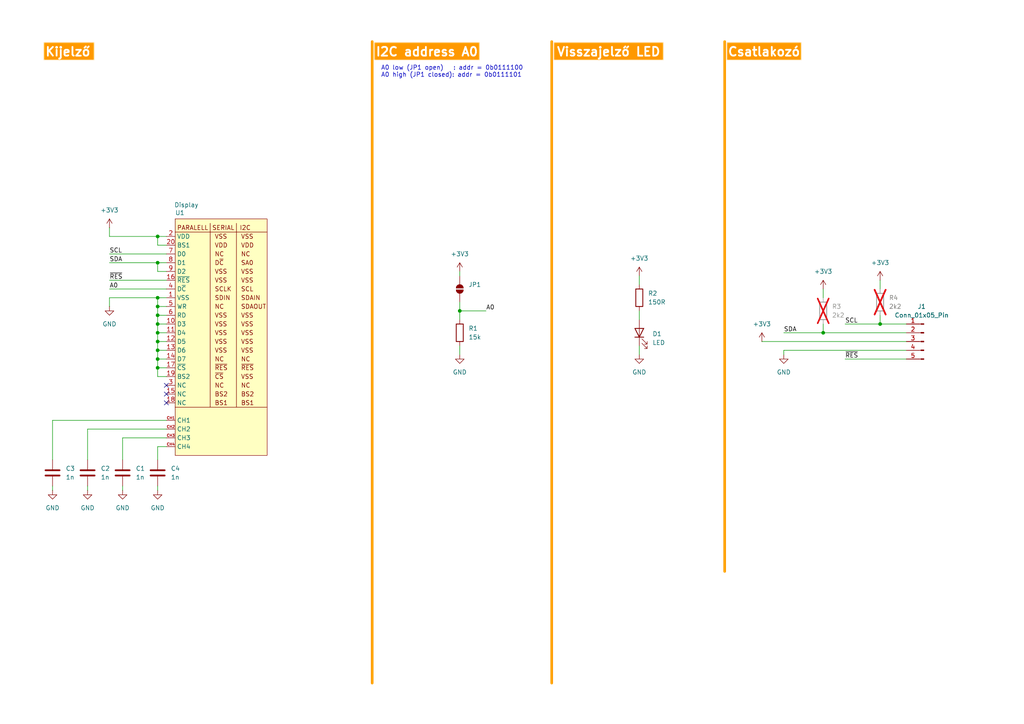
<source format=kicad_sch>
(kicad_sch (version 20250114) (generator "eeschema") (generator_version "9.0")
  (paper "A4")
  (title_block (title "OLED modul"))
  (lib_symbols
    (symbol "Connector:Conn_01x05_Pin" (pin_names (offset 1.016) (hide yes))
      (property "Reference" "J" (at 0 7.62 0))
      (property "Value" "Conn_01x05_Pin" (at 0 -7.62 0))
      (symbol "Conn_01x05_Pin_1_1"
        (rectangle (start 0.8636 5.207) (end 0 4.953) (stroke (width 0.1524)) (fill (type outline)))
        (rectangle (start 0.8636 2.667) (end 0 2.413) (stroke (width 0.1524)) (fill (type outline)))
        (rectangle (start 0.8636 0.127) (end 0 -0.127) (stroke (width 0.1524)) (fill (type outline)))
        (rectangle (start 0.8636 -2.413) (end 0 -2.667) (stroke (width 0.1524)) (fill (type outline)))
        (rectangle (start 0.8636 -4.953) (end 0 -5.207) (stroke (width 0.1524)) (fill (type outline)))
        (polyline (pts (xy 1.27 5.08) (xy 0.8636 5.08)) (stroke (width 0.1524)))
        (polyline (pts (xy 1.27 2.54) (xy 0.8636 2.54)) (stroke (width 0.1524)))
        (polyline (pts (xy 1.27 0) (xy 0.8636 0)) (stroke (width 0.1524)))
        (polyline (pts (xy 1.27 -2.54) (xy 0.8636 -2.54)) (stroke (width 0.1524)))
        (polyline (pts (xy 1.27 -5.08) (xy 0.8636 -5.08)) (stroke (width 0.1524)))
        (pin passive line (at 5.08 5.08 180) (length 3.81) (name "Pin_1") (number "1"))
        (pin passive line (at 5.08 2.54 180) (length 3.81) (name "Pin_2") (number "2"))
        (pin passive line (at 5.08 0 180) (length 3.81) (name "Pin_3") (number "3"))
        (pin passive line (at 5.08 -2.54 180) (length 3.81) (name "Pin_4") (number "4"))
        (pin passive line (at 5.08 -5.08 180) (length 3.81) (name "Pin_5") (number "5"))
      )
    )
    (symbol "Device:C" (pin_numbers (hide yes)) (pin_names (offset 0.254))
      (property "Reference" "C" (at 0.635 2.54 0))
      (property "Value" "C" (at 0.635 -2.54 0))
      (symbol "C_0_1"
        (polyline (pts (xy -2.032 0.762) (xy 2.032 0.762)) (stroke (width 0.508)))
        (polyline (pts (xy -2.032 -0.762) (xy 2.032 -0.762)) (stroke (width 0.508)))
      )
      (symbol "C_1_1"
        (pin passive line (at 0 3.81 270) (length 2.794) (name "~") (number "1"))
        (pin passive line (at 0 -3.81 90) (length 2.794) (name "~") (number "2"))
      )
    )
    (symbol "Device:LED" (pin_numbers (hide yes)) (pin_names (offset 1.016) (hide yes))
      (property "Reference" "D" (at 0 2.54 0))
      (property "Value" "LED" (at 0 -2.54 0))
      (symbol "LED_0_1"
        (polyline (pts (xy -3.048 -0.762) (xy -4.572 -2.286) (xy -3.81 -2.286) (xy -4.572 -2.286) (xy -4.572 -1.524)))
        (polyline (pts (xy -1.778 -0.762) (xy -3.302 -2.286) (xy -2.54 -2.286) (xy -3.302 -2.286) (xy -3.302 -1.524)))
        (polyline (pts (xy -1.27 0) (xy 1.27 0)))
        (polyline (pts (xy -1.27 -1.27) (xy -1.27 1.27)) (stroke (width 0.254)))
        (polyline (pts (xy 1.27 -1.27) (xy 1.27 1.27) (xy -1.27 0) (xy 1.27 -1.27)) (stroke (width 0.254)))
      )
      (symbol "LED_1_1"
        (pin passive line (at -3.81 0 0) (length 2.54) (name "K") (number "1"))
        (pin passive line (at 3.81 0 180) (length 2.54) (name "A") (number "2"))
      )
    )
    (symbol "Device:R" (pin_numbers (hide yes)) (pin_names (offset 0))
      (property "Reference" "R" (at 2.032 0 90))
      (property "Value" "R" (at 0 0 90))
      (symbol "R_0_1"
        (rectangle (start -1.016 -2.54) (end 1.016 2.54) (stroke (width 0.254)))
      )
      (symbol "R_1_1"
        (pin passive line (at 0 3.81 270) (length 1.27) (name "~") (number "1"))
        (pin passive line (at 0 -3.81 90) (length 1.27) (name "~") (number "2"))
      )
    )
    (symbol "Jumper:SolderJumper_2_Open" (pin_numbers (hide yes)) (pin_names (offset 0) (hide yes)) (in_bom no)
      (property "Reference" "JP" (at 0 2.032 0))
      (property "Value" "SolderJumper_2_Open" (at 0 -2.54 0))
      (symbol "SolderJumper_2_Open_0_1"
        (polyline (pts (xy -0.254 1.016) (xy -0.254 -1.016)))
        (arc (start -0.254 -1.016) (mid -1.2656 0) (end -0.254 1.016))
        (arc (start -0.254 -1.016) (mid -1.2656 0) (end -0.254 1.016) (fill (type outline)))
        (arc (start 0.254 1.016) (mid 1.2656 0) (end 0.254 -1.016))
        (arc (start 0.254 1.016) (mid 1.2656 0) (end 0.254 -1.016) (fill (type outline)))
        (polyline (pts (xy 0.254 1.016) (xy 0.254 -1.016)))
      )
      (symbol "SolderJumper_2_Open_1_1"
        (pin passive line (at -3.81 0 0) (length 2.54) (name "A") (number "1"))
        (pin passive line (at 3.81 0 180) (length 2.54) (name "B") (number "2"))
      )
    )
    (symbol "SymbolLib:NHD-2.23-12832UCB3"
      (property "Reference" "U" (at 20.32 72.39 0))
      (property "Value" "Display" (at 22.86 69.85 0))
      (symbol "NHD-2.23-12832UCB3_0_1"
        (polyline (pts (xy 0 64.77) (xy 26.67 64.77)))
        (polyline (pts (xy 10.16 67.31) (xy 10.16 13.97)))
        (polyline (pts (xy 17.78 67.31) (xy 17.78 13.97)))
      )
      (symbol "NHD-2.23-12832UCB3_1_1"
        (rectangle (start 0 68.58) (end 26.67 0) (fill (type background)))
        (polyline (pts (xy 0 13.97) (xy 26.67 13.97)))
        (text "PARALELL" (at 5.08 66.04 0) (effects (font (size 1.27 1.27))))
        (text "VSS" (at 11.43 63.5 0) (effects (font (size 1.27 1.27)) (justify left)))
        (text "VDD" (at 11.43 60.96 0) (effects (font (size 1.27 1.27)) (justify left)))
        (text "NC" (at 11.43 58.42 0) (effects (font (size 1.27 1.27)) (justify left)))
        (text "D~{C}" (at 11.43 55.88 0) (effects (font (size 1.27 1.27)) (justify left)))
        (text "VSS" (at 11.43 53.34 0) (effects (font (size 1.27 1.27)) (justify left)))
        (text "VSS" (at 11.43 50.8 0) (effects (font (size 1.27 1.27)) (justify left)))
        (text "SCLK" (at 11.43 48.26 0) (effects (font (size 1.27 1.27)) (justify left)))
        (text "SDIN" (at 11.43 45.72 0) (effects (font (size 1.27 1.27)) (justify left)))
        (text "NC" (at 11.43 43.18 0) (effects (font (size 1.27 1.27)) (justify left)))
        (text "VSS" (at 11.43 40.64 0) (effects (font (size 1.27 1.27)) (justify left)))
        (text "VSS" (at 11.43 38.1 0) (effects (font (size 1.27 1.27)) (justify left)))
        (text "VSS" (at 11.43 35.56 0) (effects (font (size 1.27 1.27)) (justify left)))
        (text "VSS" (at 11.43 33.02 0) (effects (font (size 1.27 1.27)) (justify left)))
        (text "VSS" (at 11.43 30.48 0) (effects (font (size 1.27 1.27)) (justify left)))
        (text "NC" (at 11.43 27.94 0) (effects (font (size 1.27 1.27)) (justify left)))
        (text "~{RES}" (at 11.43 25.4 0) (effects (font (size 1.27 1.27)) (justify left)))
        (text "~{CS}" (at 11.43 22.86 0) (effects (font (size 1.27 1.27)) (justify left)))
        (text "NC" (at 11.43 20.32 0) (effects (font (size 1.27 1.27)) (justify left)))
        (text "BS2" (at 11.43 17.78 0) (effects (font (size 1.27 1.27)) (justify left)))
        (text "BS1" (at 11.43 15.24 0) (effects (font (size 1.27 1.27)) (justify left)))
        (text "SERIAL" (at 13.97 66.04 0) (effects (font (size 1.27 1.27))))
        (text "VSS" (at 19.05 63.5 0) (effects (font (size 1.27 1.27)) (justify left)))
        (text "VDD" (at 19.05 60.96 0) (effects (font (size 1.27 1.27)) (justify left)))
        (text "NC" (at 19.05 58.42 0) (effects (font (size 1.27 1.27)) (justify left)))
        (text "SA0" (at 19.05 55.88 0) (effects (font (size 1.27 1.27)) (justify left)))
        (text "VSS" (at 19.05 53.34 0) (effects (font (size 1.27 1.27)) (justify left)))
        (text "VSS" (at 19.05 50.8 0) (effects (font (size 1.27 1.27)) (justify left)))
        (text "SCL" (at 19.05 48.26 0) (effects (font (size 1.27 1.27)) (justify left)))
        (text "SDAIN" (at 19.05 45.72 0) (effects (font (size 1.27 1.27)) (justify left)))
        (text "SDAOUT" (at 19.05 43.18 0) (effects (font (size 1.27 1.27)) (justify left)))
        (text "VSS" (at 19.05 40.64 0) (effects (font (size 1.27 1.27)) (justify left)))
        (text "VSS" (at 19.05 38.1 0) (effects (font (size 1.27 1.27)) (justify left)))
        (text "VSS" (at 19.05 35.56 0) (effects (font (size 1.27 1.27)) (justify left)))
        (text "VSS" (at 19.05 33.02 0) (effects (font (size 1.27 1.27)) (justify left)))
        (text "VSS" (at 19.05 30.48 0) (effects (font (size 1.27 1.27)) (justify left)))
        (text "NC" (at 19.05 27.94 0) (effects (font (size 1.27 1.27)) (justify left)))
        (text "~{RES}" (at 19.05 25.4 0) (effects (font (size 1.27 1.27)) (justify left)))
        (text "VSS" (at 19.05 22.86 0) (effects (font (size 1.27 1.27)) (justify left)))
        (text "NC" (at 19.05 20.32 0) (effects (font (size 1.27 1.27)) (justify left)))
        (text "BS2" (at 19.05 17.78 0) (effects (font (size 1.27 1.27)) (justify left)))
        (text "BS1" (at 19.05 15.24 0) (effects (font (size 1.27 1.27)) (justify left)))
        (text "I2C" (at 20.32 66.04 0) (effects (font (size 1.27 1.27))))
        (pin passive line (at -2.54 63.5 0) (length 2.54) (name "VDD") (number "2"))
        (pin passive line (at -2.54 60.96 0) (length 2.54) (name "BS1") (number "20"))
        (pin passive line (at -2.54 58.42 0) (length 2.54) (name "D0") (number "7"))
        (pin passive line (at -2.54 55.88 0) (length 2.54) (name "D1") (number "8"))
        (pin passive line (at -2.54 53.34 0) (length 2.54) (name "D2") (number "9"))
        (pin passive line (at -2.54 50.8 0) (length 2.54) (name "~{RES}") (number "16"))
        (pin passive line (at -2.54 48.26 0) (length 2.54) (name "D~{C}") (number "4"))
        (pin passive line (at -2.54 45.72 0) (length 2.54) (name "VSS") (number "1"))
        (pin passive line (at -2.54 43.18 0) (length 2.54) (name "WR") (number "5"))
        (pin passive line (at -2.54 40.64 0) (length 2.54) (name "RD") (number "6"))
        (pin passive line (at -2.54 38.1 0) (length 2.54) (name "D3") (number "10"))
        (pin passive line (at -2.54 35.56 0) (length 2.54) (name "D4") (number "11"))
        (pin passive line (at -2.54 33.02 0) (length 2.54) (name "D5") (number "12"))
        (pin passive line (at -2.54 30.48 0) (length 2.54) (name "D6") (number "13"))
        (pin passive line (at -2.54 27.94 0) (length 2.54) (name "D7") (number "14"))
        (pin passive line (at -2.54 25.4 0) (length 2.54) (name "~{CS}") (number "17"))
        (pin passive line (at -2.54 22.86 0) (length 2.54) (name "BS2") (number "19"))
        (pin passive line (at -2.54 20.32 0) (length 2.54) (name "NC") (number "3"))
        (pin passive line (at -2.54 17.78 0) (length 2.54) (name "NC") (number "15"))
        (pin passive line (at -2.54 15.24 0) (length 2.54) (name "NC") (number "18"))
        (pin passive line (at -2.54 10.16 0) (length 2.54) (name "CH1") (number "CH1"))
        (pin passive line (at -2.54 7.62 0) (length 2.54) (name "CH2") (number "CH2"))
        (pin passive line (at -2.54 5.08 0) (length 2.54) (name "CH3") (number "CH3"))
        (pin passive line (at -2.54 2.54 0) (length 2.54) (name "CH4") (number "CH4"))
      )
    )
    (symbol "power:+3V3" (power) (pin_numbers (hide yes)) (pin_names (offset 0) (hide yes))
      (property "Value" "+3V3" (at 0 3.556 0))
      (symbol "+3V3_0_1"
        (polyline (pts (xy -0.762 1.27) (xy 0 2.54)))
        (polyline (pts (xy 0 2.54) (xy 0.762 1.27)))
        (polyline (pts (xy 0 0) (xy 0 2.54)))
      )
      (symbol "+3V3_1_1"
        (pin power_in line (at 0 0 90) (length 0) (name "~") (number "1"))
      )
    )
    (symbol "power:GND" (power) (pin_numbers (hide yes)) (pin_names (offset 0) (hide yes))
      (property "Value" "GND" (at 0 -3.81 0))
      (symbol "GND_0_1"
        (polyline (pts (xy 0 0) (xy 0 -1.27) (xy 1.27 -1.27) (xy 0 -2.54) (xy -1.27 -1.27) (xy 0 -1.27)))
      )
      (symbol "GND_1_1"
        (pin power_in line (at 0 0 270) (length 0) (name "~") (number "1"))
      )
    )
  )
  (rectangle (start 210.8201 12.319) (end 232.41 17.399) (stroke (width 0) (color 255 229 191 1)) (fill (type color) (color 255 153 0 1)))
  (rectangle (start 12.7001 12.319) (end 27.305 17.399) (stroke (width 0) (color 255 229 191 1)) (fill (type color) (color 255 153 0 1)))
  (rectangle (start 108.5851 12.319) (end 139.065 17.399) (stroke (width 0) (color 255 229 191 1)) (fill (type color) (color 255 153 0 1)))
  (rectangle (start 160.6549 12.319) (end 192.405 17.399) (stroke (width 0) (color 255 229 191 1)) (fill (type color) (color 255 153 0 1)))
  (text "A0 low (JP1 open)   : addr = 0b0111100\nA0 high (JP1 closed): addr = 0b0111101\n" (at 110.49 19.05 0) (effects (font (size 1.27 1.27)) (justify left top)))
  (text "Csatlakozó" (at 221.615 15.24 0) (effects (font (size 2.54 2.54) (thickness 0.508) (bold yes))))
  (text "Visszajelző LED" (at 176.53 15.24 0) (effects (font (size 2.54 2.54) (thickness 0.508) (bold yes))))
  (text "Kijelző" (at 19.685 15.24 0) (effects (font (size 2.54 2.54) (thickness 0.508) (bold yes))))
  (text "I2C address A0" (at 123.825 15.24 0) (effects (font (size 2.54 2.54) (thickness 0.508) (bold yes))))
  (junction (at 45.72 88.9))
  (junction (at 238.76 96.52))
  (junction (at 45.72 101.6))
  (junction (at 45.72 91.44))
  (junction (at 45.72 93.98))
  (junction (at 45.72 68.58))
  (junction (at 255.27 93.98))
  (junction (at 45.72 86.36))
  (junction (at 45.72 99.06))
  (junction (at 133.35 90.17))
  (junction (at 45.72 106.68))
  (junction (at 45.72 104.14))
  (junction (at 45.72 96.52))
  (junction (at 45.72 76.2))
  (no_connect (at 48.26 114.3))
  (no_connect (at 48.26 111.76))
  (no_connect (at 48.26 116.84))
  (wire (pts (xy 35.56 127) (xy 35.56 133.35)))
  (wire (pts (xy 255.27 91.44) (xy 255.27 93.98)))
  (wire (pts (xy 31.75 68.58) (xy 45.72 68.58)))
  (wire (pts (xy 15.24 140.97) (xy 15.24 142.24)))
  (wire (pts (xy 48.26 129.54) (xy 45.72 129.54)))
  (wire (pts (xy 238.76 93.98) (xy 238.76 96.52)))
  (wire (pts (xy 255.27 81.28) (xy 255.27 83.82)))
  (wire (pts (xy 227.33 101.6) (xy 262.89 101.6)))
  (wire (pts (xy 185.42 90.17) (xy 185.42 92.71)))
  (wire (pts (xy 45.72 78.74) (xy 45.72 76.2)))
  (wire (pts (xy 45.72 96.52) (xy 48.26 96.52)))
  (wire (pts (xy 45.72 86.36) (xy 45.72 88.9)))
  (wire (pts (xy 45.72 106.68) (xy 48.26 106.68)))
  (wire (pts (xy 45.72 88.9) (xy 48.26 88.9)))
  (wire (pts (xy 45.72 99.06) (xy 45.72 101.6)))
  (wire (pts (xy 227.33 96.52) (xy 238.76 96.52)))
  (wire (pts (xy 45.72 93.98) (xy 45.72 96.52)))
  (wire (pts (xy 45.72 101.6) (xy 48.26 101.6)))
  (wire (pts (xy 45.72 109.22) (xy 48.26 109.22)))
  (wire (pts (xy 45.72 71.12) (xy 45.72 68.58)))
  (wire (pts (xy 227.33 102.87) (xy 227.33 101.6)))
  (wire (pts (xy 15.24 121.92) (xy 48.26 121.92)))
  (wire (pts (xy 140.97 90.17) (xy 133.35 90.17)))
  (wire (pts (xy 45.72 104.14) (xy 45.72 106.68)))
  (wire (pts (xy 245.11 104.14) (xy 262.89 104.14)))
  (wire (pts (xy 185.42 80.01) (xy 185.42 82.55)))
  (wire (pts (xy 238.76 83.82) (xy 238.76 86.36)))
  (wire (pts (xy 48.26 127) (xy 35.56 127)))
  (polyline (pts (xy 210.185 12.065) (xy 210.185 165.735)) (stroke (width 0.762) (type solid) (color 255 153 0 1)))
  (wire (pts (xy 255.27 93.98) (xy 262.89 93.98)))
  (wire (pts (xy 45.72 104.14) (xy 48.26 104.14)))
  (wire (pts (xy 45.72 88.9) (xy 45.72 91.44)))
  (wire (pts (xy 45.72 129.54) (xy 45.72 133.35)))
  (wire (pts (xy 25.4 124.46) (xy 25.4 133.35)))
  (wire (pts (xy 35.56 140.97) (xy 35.56 142.24)))
  (wire (pts (xy 48.26 78.74) (xy 45.72 78.74)))
  (polyline (pts (xy 107.95 12.065) (xy 107.95 198.12)) (stroke (width 0.762) (type solid) (color 255 153 0 1)))
  (wire (pts (xy 31.75 68.58) (xy 31.75 66.04)))
  (wire (pts (xy 31.75 73.66) (xy 48.26 73.66)))
  (wire (pts (xy 31.75 76.2) (xy 45.72 76.2)))
  (wire (pts (xy 45.72 96.52) (xy 45.72 99.06)))
  (wire (pts (xy 45.72 91.44) (xy 45.72 93.98)))
  (wire (pts (xy 45.72 140.97) (xy 45.72 142.24)))
  (polyline (pts (xy 160.02 12.065) (xy 160.02 198.12)) (stroke (width 0.762) (type solid) (color 255 153 0 1)))
  (wire (pts (xy 45.72 99.06) (xy 48.26 99.06)))
  (wire (pts (xy 25.4 140.97) (xy 25.4 142.24)))
  (wire (pts (xy 133.35 90.17) (xy 133.35 87.63)))
  (wire (pts (xy 45.72 91.44) (xy 48.26 91.44)))
  (wire (pts (xy 220.98 99.06) (xy 262.89 99.06)))
  (wire (pts (xy 31.75 83.82) (xy 48.26 83.82)))
  (wire (pts (xy 245.11 93.98) (xy 255.27 93.98)))
  (wire (pts (xy 45.72 76.2) (xy 48.26 76.2)))
  (wire (pts (xy 31.75 81.28) (xy 48.26 81.28)))
  (wire (pts (xy 48.26 86.36) (xy 45.72 86.36)))
  (wire (pts (xy 31.75 86.36) (xy 45.72 86.36)))
  (wire (pts (xy 45.72 106.68) (xy 45.72 109.22)))
  (wire (pts (xy 45.72 93.98) (xy 48.26 93.98)))
  (wire (pts (xy 31.75 86.36) (xy 31.75 88.9)))
  (wire (pts (xy 133.35 92.71) (xy 133.35 90.17)))
  (wire (pts (xy 238.76 96.52) (xy 262.89 96.52)))
  (wire (pts (xy 133.35 78.74) (xy 133.35 80.01)))
  (wire (pts (xy 45.72 68.58) (xy 48.26 68.58)))
  (wire (pts (xy 185.42 100.33) (xy 185.42 102.87)))
  (wire (pts (xy 45.72 101.6) (xy 45.72 104.14)))
  (wire (pts (xy 15.24 133.35) (xy 15.24 121.92)))
  (wire (pts (xy 48.26 124.46) (xy 25.4 124.46)))
  (wire (pts (xy 133.35 100.33) (xy 133.35 102.87)))
  (wire (pts (xy 48.26 71.12) (xy 45.72 71.12)))
  (label "~{RES}" (at 31.75 81.28 0))
  (label "~{RES}" (at 245.11 104.14 0))
  (label "SDA" (at 31.75 76.2 0))
  (label "SCL" (at 31.75 73.66 0))
  (label "SCL" (at 245.11 93.98 0))
  (label "SDA" (at 227.33 96.52 0))
  (label "A0" (at 31.75 83.82 0))
  (label "A0" (at 140.97 90.17 0))
  (symbol (lib_id "power:GND") (at 25.4 142.24 0) (unit 1)
    (property "Reference" "#PWR012" (effects (hide yes)))
    (property "Value" "GND" (at 25.4 147.32 0))
    (property "Description" "Power symbol creates a global label with name \"GND\" , ground" (effects (hide yes)))
  )
  (symbol (lib_id "power:+3V3") (at 133.35 78.74 0) (unit 1)
    (property "Reference" "#PWR03" (effects (hide yes)))
    (property "Value" "+3V3" (at 133.35 73.66 0))
    (property "Description" "Power symbol creates a global label with name \"+3V3\"" (effects (hide yes)))
  )
  (symbol (lib_id "Device:LED") (at 185.42 96.52 90) (unit 1)
    (property "Reference" "D1" (at 189.23 96.8374 90) (effects (justify right)))
    (property "Value" "LED" (at 189.23 99.3774 90) (effects (justify right)))
    (property "Footprint" "Diode_SMD:D_0603_1608Metric" (effects (hide yes)))
    (property "Description" "Light emitting diode" (effects (hide yes)))
    (property "Sim.Pins" "1=K 2=A" (effects (hide yes)))
  )
  (symbol (lib_id "power:GND") (at 185.42 102.87 0) (unit 1)
    (property "Reference" "#PWR06" (effects (hide yes)))
    (property "Value" "GND" (at 185.42 107.95 0))
    (property "Description" "Power symbol creates a global label with name \"GND\" , ground" (effects (hide yes)))
  )
  (symbol (lib_id "Device:C") (at 35.56 137.16 0) (unit 1)
    (property "Reference" "C1" (at 39.37 135.8899 0) (effects (justify left)))
    (property "Value" "1n" (at 39.37 138.4299 0) (effects (justify left)))
    (property "Footprint" "Capacitor_SMD:C_0603_1608Metric" (effects (hide yes)))
    (property "Description" "Unpolarized capacitor" (effects (hide yes)))
  )
  (symbol (lib_id "SymbolLib:NHD-2.23-12832UCB3") (at 50.8 132.08 0) (unit 1)
    (property "Reference" "U1" (at 50.8 61.722 0) (effects (justify left)))
    (property "Value" "Display" (at 50.546 59.436 0) (effects (justify left)))
    (property "Footprint" "ComponentLib:NHD-2.23-12832UCB3" (effects (hide yes)))
    (property "Datasheet" "https://newhavendisplay.com/content/specs/NHD-2.23-12832UCB3.pdf" (effects (hide yes)))
  )
  (symbol (lib_id "power:GND") (at 31.75 88.9 0) (unit 1)
    (property "Reference" "#PWR02" (effects (hide yes)))
    (property "Value" "GND" (at 31.75 93.98 0))
    (property "Description" "Power symbol creates a global label with name \"GND\" , ground" (effects (hide yes)))
  )
  (symbol (lib_id "power:+3V3") (at 238.76 83.82 0) (unit 1)
    (property "Reference" "#PWR09" (effects (hide yes)))
    (property "Value" "+3V3" (at 238.76 78.74 0))
    (property "Description" "Power symbol creates a global label with name \"+3V3\"" (effects (hide yes)))
  )
  (symbol (lib_id "Device:C") (at 25.4 137.16 0) (unit 1)
    (property "Reference" "C2" (at 29.21 135.8899 0) (effects (justify left)))
    (property "Value" "1n" (at 29.21 138.4299 0) (effects (justify left)))
    (property "Footprint" "Capacitor_SMD:C_0603_1608Metric" (effects (hide yes)))
    (property "Description" "Unpolarized capacitor" (effects (hide yes)))
  )
  (symbol (lib_id "power:GND") (at 227.33 102.87 0) (unit 1)
    (property "Reference" "#PWR08" (effects (hide yes)))
    (property "Value" "GND" (at 227.33 107.95 0))
    (property "Description" "Power symbol creates a global label with name \"GND\" , ground" (effects (hide yes)))
  )
  (symbol (lib_id "power:+3V3") (at 31.75 66.04 0) (unit 1)
    (property "Reference" "#PWR01" (effects (hide yes)))
    (property "Value" "+3V3" (at 31.75 60.96 0))
    (property "Description" "Power symbol creates a global label with name \"+3V3\"" (effects (hide yes)))
  )
  (symbol (lib_id "Device:R") (at 238.76 90.17 0) (unit 1) (dnp yes)
    (property "Reference" "R3" (at 241.3 88.8999 0) (effects (justify left)))
    (property "Value" "2k2" (at 241.3 91.4399 0) (effects (justify left)))
    (property "Footprint" "Resistor_SMD:R_0603_1608Metric" (effects (hide yes)))
    (property "Description" "Resistor" (effects (hide yes)))
  )
  (symbol (lib_id "power:GND") (at 35.56 142.24 0) (unit 1)
    (property "Reference" "#PWR013" (effects (hide yes)))
    (property "Value" "GND" (at 35.56 147.32 0))
    (property "Description" "Power symbol creates a global label with name \"GND\" , ground" (effects (hide yes)))
  )
  (symbol (lib_id "Device:R") (at 133.35 96.52 0) (unit 1)
    (property "Reference" "R1" (at 135.89 95.2499 0) (effects (justify left)))
    (property "Value" "15k" (at 135.89 97.7899 0) (effects (justify left)))
    (property "Footprint" "Resistor_SMD:R_0603_1608Metric_Pad0.98x0.95mm_HandSolder" (effects (hide yes)))
    (property "Description" "Resistor" (effects (hide yes)))
  )
  (symbol (lib_id "Connector:Conn_01x05_Pin") (at 267.97 99.06 0) (mirror y) (unit 1)
    (property "Reference" "J1" (at 267.335 88.9 0))
    (property "Value" "Conn_01x05_Pin" (at 267.335 91.44 0))
    (property "Footprint" "Connector_JST:JST_PH_B5B-PH-K_1x05_P2.00mm_Vertical" (effects (hide yes)))
    (property "Description" "Generic connector, single row, 01x05, script generated" (effects (hide yes)))
  )
  (symbol (lib_id "power:GND") (at 133.35 102.87 0) (unit 1)
    (property "Reference" "#PWR04" (effects (hide yes)))
    (property "Value" "GND" (at 133.35 107.95 0))
    (property "Description" "Power symbol creates a global label with name \"GND\" , ground" (effects (hide yes)))
  )
  (symbol (lib_id "power:+3V3") (at 220.98 99.06 0) (unit 1)
    (property "Reference" "#PWR07" (effects (hide yes)))
    (property "Value" "+3V3" (at 220.98 93.98 0))
    (property "Description" "Power symbol creates a global label with name \"+3V3\"" (effects (hide yes)))
  )
  (symbol (lib_id "Device:C") (at 15.24 137.16 0) (unit 1)
    (property "Reference" "C3" (at 19.05 135.8899 0) (effects (justify left)))
    (property "Value" "1n" (at 19.05 138.4299 0) (effects (justify left)))
    (property "Footprint" "Capacitor_SMD:C_0603_1608Metric" (effects (hide yes)))
    (property "Description" "Unpolarized capacitor" (effects (hide yes)))
  )
  (symbol (lib_id "power:+3V3") (at 185.42 80.01 0) (unit 1)
    (property "Reference" "#PWR05" (effects (hide yes)))
    (property "Value" "+3V3" (at 185.42 74.93 0))
    (property "Description" "Power symbol creates a global label with name \"+3V3\"" (effects (hide yes)))
  )
  (symbol (lib_id "power:GND") (at 15.24 142.24 0) (unit 1)
    (property "Reference" "#PWR011" (effects (hide yes)))
    (property "Value" "GND" (at 15.24 147.32 0))
    (property "Description" "Power symbol creates a global label with name \"GND\" , ground" (effects (hide yes)))
  )
  (symbol (lib_id "Jumper:SolderJumper_2_Open") (at 133.35 83.82 90) (unit 1) (in_bom no)
    (property "Reference" "JP1" (at 135.89 82.5499 90) (effects (justify right)))
    (property "Value" "SolderJumper_2_Open" (effects (hide yes)))
    (property "Footprint" "Resistor_SMD:R_0603_1608Metric_Pad0.98x0.95mm_HandSolder" (effects (hide yes)))
    (property "Description" "Solder Jumper, 2-pole, open" (effects (hide yes)))
  )
  (symbol (lib_id "Device:R") (at 185.42 86.36 0) (unit 1)
    (property "Reference" "R2" (at 187.96 85.0899 0) (effects (justify left)))
    (property "Value" "150R" (at 187.96 87.6299 0) (effects (justify left)))
    (property "Footprint" "Resistor_SMD:R_0603_1608Metric" (effects (hide yes)))
    (property "Description" "Resistor" (effects (hide yes)))
  )
  (symbol (lib_id "power:+3V3") (at 255.27 81.28 0) (unit 1)
    (property "Reference" "#PWR010" (effects (hide yes)))
    (property "Value" "+3V3" (at 255.27 76.2 0))
    (property "Description" "Power symbol creates a global label with name \"+3V3\"" (effects (hide yes)))
  )
  (symbol (lib_id "Device:R") (at 255.27 87.63 0) (unit 1) (dnp yes)
    (property "Reference" "R4" (at 257.81 86.3599 0) (effects (justify left)))
    (property "Value" "2k2" (at 257.81 88.8999 0) (effects (justify left)))
    (property "Footprint" "Resistor_SMD:R_0603_1608Metric" (effects (hide yes)))
    (property "Description" "Resistor" (effects (hide yes)))
  )
  (symbol (lib_id "power:GND") (at 45.72 142.24 0) (unit 1)
    (property "Reference" "#PWR014" (effects (hide yes)))
    (property "Value" "GND" (at 45.72 147.32 0))
    (property "Description" "Power symbol creates a global label with name \"GND\" , ground" (effects (hide yes)))
  )
  (symbol (lib_id "Device:C") (at 45.72 137.16 0) (unit 1)
    (property "Reference" "C4" (at 49.53 135.8899 0) (effects (justify left)))
    (property "Value" "1n" (at 49.53 138.4299 0) (effects (justify left)))
    (property "Footprint" "Capacitor_SMD:C_0603_1608Metric" (effects (hide yes)))
    (property "Description" "Unpolarized capacitor" (effects (hide yes)))
  )
)
</source>
